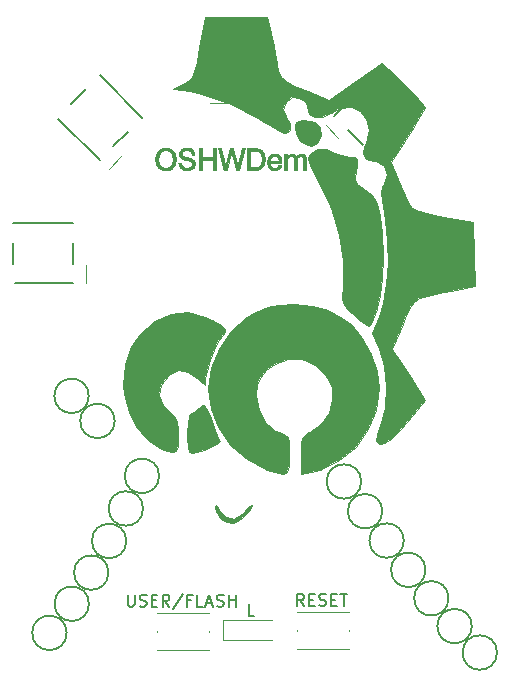
<source format=gto>
G04 #@! TF.GenerationSoftware,KiCad,Pcbnew,no-vcs-found-077fb3c~59~ubuntu16.04.1*
G04 #@! TF.CreationDate,2017-08-19T10:31:39-06:00*
G04 #@! TF.ProjectId,001,3030312E6B696361645F706362000000,rev?*
G04 #@! TF.SameCoordinates,Original*
G04 #@! TF.FileFunction,Legend,Top*
G04 #@! TF.FilePolarity,Positive*
%FSLAX46Y46*%
G04 Gerber Fmt 4.6, Leading zero omitted, Abs format (unit mm)*
G04 Created by KiCad (PCBNEW no-vcs-found-077fb3c~59~ubuntu16.04.1) date Sat Aug 19 10:31:39 2017*
%MOMM*%
%LPD*%
G01*
G04 APERTURE LIST*
%ADD10C,0.152400*%
%ADD11C,0.010000*%
%ADD12C,0.050000*%
%ADD13C,0.120000*%
G04 APERTURE END LIST*
D10*
X135460180Y-99618899D02*
X135121514Y-99135089D01*
X134879609Y-99618899D02*
X134879609Y-98602899D01*
X135266657Y-98602899D01*
X135363419Y-98651280D01*
X135411800Y-98699660D01*
X135460180Y-98796422D01*
X135460180Y-98941565D01*
X135411800Y-99038327D01*
X135363419Y-99086708D01*
X135266657Y-99135089D01*
X134879609Y-99135089D01*
X135895609Y-99086708D02*
X136234276Y-99086708D01*
X136379419Y-99618899D02*
X135895609Y-99618899D01*
X135895609Y-98602899D01*
X136379419Y-98602899D01*
X136766466Y-99570518D02*
X136911609Y-99618899D01*
X137153514Y-99618899D01*
X137250276Y-99570518D01*
X137298657Y-99522137D01*
X137347038Y-99425375D01*
X137347038Y-99328613D01*
X137298657Y-99231851D01*
X137250276Y-99183470D01*
X137153514Y-99135089D01*
X136959990Y-99086708D01*
X136863228Y-99038327D01*
X136814847Y-98989946D01*
X136766466Y-98893184D01*
X136766466Y-98796422D01*
X136814847Y-98699660D01*
X136863228Y-98651280D01*
X136959990Y-98602899D01*
X137201895Y-98602899D01*
X137347038Y-98651280D01*
X137782466Y-99086708D02*
X138121133Y-99086708D01*
X138266276Y-99618899D02*
X137782466Y-99618899D01*
X137782466Y-98602899D01*
X138266276Y-98602899D01*
X138556561Y-98602899D02*
X139137133Y-98602899D01*
X138846847Y-99618899D02*
X138846847Y-98602899D01*
X120547720Y-98653699D02*
X120547720Y-99476175D01*
X120596100Y-99572937D01*
X120644481Y-99621318D01*
X120741243Y-99669699D01*
X120934767Y-99669699D01*
X121031529Y-99621318D01*
X121079910Y-99572937D01*
X121128291Y-99476175D01*
X121128291Y-98653699D01*
X121563720Y-99621318D02*
X121708862Y-99669699D01*
X121950767Y-99669699D01*
X122047529Y-99621318D01*
X122095910Y-99572937D01*
X122144291Y-99476175D01*
X122144291Y-99379413D01*
X122095910Y-99282651D01*
X122047529Y-99234270D01*
X121950767Y-99185889D01*
X121757243Y-99137508D01*
X121660481Y-99089127D01*
X121612100Y-99040746D01*
X121563720Y-98943984D01*
X121563720Y-98847222D01*
X121612100Y-98750460D01*
X121660481Y-98702080D01*
X121757243Y-98653699D01*
X121999148Y-98653699D01*
X122144291Y-98702080D01*
X122579720Y-99137508D02*
X122918386Y-99137508D01*
X123063529Y-99669699D02*
X122579720Y-99669699D01*
X122579720Y-98653699D01*
X123063529Y-98653699D01*
X124079529Y-99669699D02*
X123740862Y-99185889D01*
X123498958Y-99669699D02*
X123498958Y-98653699D01*
X123886005Y-98653699D01*
X123982767Y-98702080D01*
X124031148Y-98750460D01*
X124079529Y-98847222D01*
X124079529Y-98992365D01*
X124031148Y-99089127D01*
X123982767Y-99137508D01*
X123886005Y-99185889D01*
X123498958Y-99185889D01*
X125240672Y-98605318D02*
X124369815Y-99911603D01*
X125918005Y-99137508D02*
X125579339Y-99137508D01*
X125579339Y-99669699D02*
X125579339Y-98653699D01*
X126063148Y-98653699D01*
X126934005Y-99669699D02*
X126450196Y-99669699D01*
X126450196Y-98653699D01*
X127224291Y-99379413D02*
X127708100Y-99379413D01*
X127127529Y-99669699D02*
X127466196Y-98653699D01*
X127804862Y-99669699D01*
X128095148Y-99621318D02*
X128240291Y-99669699D01*
X128482196Y-99669699D01*
X128578958Y-99621318D01*
X128627339Y-99572937D01*
X128675720Y-99476175D01*
X128675720Y-99379413D01*
X128627339Y-99282651D01*
X128578958Y-99234270D01*
X128482196Y-99185889D01*
X128288672Y-99137508D01*
X128191910Y-99089127D01*
X128143529Y-99040746D01*
X128095148Y-98943984D01*
X128095148Y-98847222D01*
X128143529Y-98750460D01*
X128191910Y-98702080D01*
X128288672Y-98653699D01*
X128530577Y-98653699D01*
X128675720Y-98702080D01*
X129111148Y-99669699D02*
X129111148Y-98653699D01*
X129111148Y-99137508D02*
X129691720Y-99137508D01*
X129691720Y-99669699D02*
X129691720Y-98653699D01*
X131264476Y-100459619D02*
X130780666Y-100459619D01*
X130780666Y-99443619D01*
X149685738Y-101326000D02*
G75*
G03X149685738Y-101326000I-1457738J0D01*
G01*
D11*
G36*
X131282926Y-60881554D02*
X131345200Y-60882386D01*
X131399013Y-60883695D01*
X131445423Y-60885518D01*
X131485487Y-60887895D01*
X131520265Y-60890866D01*
X131550815Y-60894469D01*
X131578196Y-60898744D01*
X131597017Y-60902359D01*
X131686516Y-60925766D01*
X131766454Y-60957139D01*
X131837582Y-60997037D01*
X131900654Y-61046015D01*
X131956421Y-61104632D01*
X132005636Y-61173445D01*
X132036491Y-61227786D01*
X132069453Y-61296260D01*
X132095708Y-61362399D01*
X132115880Y-61428867D01*
X132130596Y-61498328D01*
X132140480Y-61573446D01*
X132146159Y-61656884D01*
X132147579Y-61700901D01*
X132147487Y-61811632D01*
X132141729Y-61912555D01*
X132129980Y-62005387D01*
X132111909Y-62091843D01*
X132087188Y-62173642D01*
X132055490Y-62252500D01*
X132033228Y-62298642D01*
X131983629Y-62383381D01*
X131926988Y-62457552D01*
X131863263Y-62521186D01*
X131792414Y-62574310D01*
X131714399Y-62616954D01*
X131629177Y-62649147D01*
X131536706Y-62670918D01*
X131495286Y-62677012D01*
X131477672Y-62678360D01*
X131448393Y-62679589D01*
X131408484Y-62680684D01*
X131358977Y-62681629D01*
X131300909Y-62682409D01*
X131235313Y-62683007D01*
X131163224Y-62683408D01*
X131085676Y-62683597D01*
X131058702Y-62683610D01*
X130675926Y-62683610D01*
X130676311Y-62467710D01*
X130923620Y-62467710D01*
X131182382Y-62467626D01*
X131248146Y-62467553D01*
X131302655Y-62467342D01*
X131347351Y-62466938D01*
X131383679Y-62466284D01*
X131413083Y-62465325D01*
X131437006Y-62464004D01*
X131456892Y-62462264D01*
X131474185Y-62460051D01*
X131490330Y-62457308D01*
X131500658Y-62455263D01*
X131572525Y-62435070D01*
X131636724Y-62405544D01*
X131693618Y-62366329D01*
X131743575Y-62317068D01*
X131786959Y-62257405D01*
X131824138Y-62186983D01*
X131853501Y-62111413D01*
X131866961Y-62069147D01*
X131877504Y-62030510D01*
X131885460Y-61992981D01*
X131891162Y-61954040D01*
X131894942Y-61911166D01*
X131897132Y-61861839D01*
X131898065Y-61803539D01*
X131898163Y-61772385D01*
X131897817Y-61712293D01*
X131896537Y-61662328D01*
X131894008Y-61619928D01*
X131889916Y-61582535D01*
X131883946Y-61547589D01*
X131875783Y-61512531D01*
X131865113Y-61474802D01*
X131859227Y-61455685D01*
X131843391Y-61412378D01*
X131822472Y-61365489D01*
X131798561Y-61319103D01*
X131773746Y-61277304D01*
X131752478Y-61247118D01*
X131705900Y-61197959D01*
X131650110Y-61157064D01*
X131584807Y-61124249D01*
X131517345Y-61101385D01*
X131504340Y-61097968D01*
X131491556Y-61095137D01*
X131477647Y-61092823D01*
X131461265Y-61090956D01*
X131441061Y-61089469D01*
X131415688Y-61088292D01*
X131383799Y-61087356D01*
X131344045Y-61086592D01*
X131295079Y-61085933D01*
X131235554Y-61085308D01*
X131195082Y-61084930D01*
X130923620Y-61082451D01*
X130923620Y-62467710D01*
X130676311Y-62467710D01*
X130677535Y-61783497D01*
X130679145Y-60883385D01*
X131034745Y-60881519D01*
X131128756Y-60881160D01*
X131211130Y-60881158D01*
X131282926Y-60881554D01*
X131282926Y-60881554D01*
G37*
X131282926Y-60881554D02*
X131345200Y-60882386D01*
X131399013Y-60883695D01*
X131445423Y-60885518D01*
X131485487Y-60887895D01*
X131520265Y-60890866D01*
X131550815Y-60894469D01*
X131578196Y-60898744D01*
X131597017Y-60902359D01*
X131686516Y-60925766D01*
X131766454Y-60957139D01*
X131837582Y-60997037D01*
X131900654Y-61046015D01*
X131956421Y-61104632D01*
X132005636Y-61173445D01*
X132036491Y-61227786D01*
X132069453Y-61296260D01*
X132095708Y-61362399D01*
X132115880Y-61428867D01*
X132130596Y-61498328D01*
X132140480Y-61573446D01*
X132146159Y-61656884D01*
X132147579Y-61700901D01*
X132147487Y-61811632D01*
X132141729Y-61912555D01*
X132129980Y-62005387D01*
X132111909Y-62091843D01*
X132087188Y-62173642D01*
X132055490Y-62252500D01*
X132033228Y-62298642D01*
X131983629Y-62383381D01*
X131926988Y-62457552D01*
X131863263Y-62521186D01*
X131792414Y-62574310D01*
X131714399Y-62616954D01*
X131629177Y-62649147D01*
X131536706Y-62670918D01*
X131495286Y-62677012D01*
X131477672Y-62678360D01*
X131448393Y-62679589D01*
X131408484Y-62680684D01*
X131358977Y-62681629D01*
X131300909Y-62682409D01*
X131235313Y-62683007D01*
X131163224Y-62683408D01*
X131085676Y-62683597D01*
X131058702Y-62683610D01*
X130675926Y-62683610D01*
X130676311Y-62467710D01*
X130923620Y-62467710D01*
X131182382Y-62467626D01*
X131248146Y-62467553D01*
X131302655Y-62467342D01*
X131347351Y-62466938D01*
X131383679Y-62466284D01*
X131413083Y-62465325D01*
X131437006Y-62464004D01*
X131456892Y-62462264D01*
X131474185Y-62460051D01*
X131490330Y-62457308D01*
X131500658Y-62455263D01*
X131572525Y-62435070D01*
X131636724Y-62405544D01*
X131693618Y-62366329D01*
X131743575Y-62317068D01*
X131786959Y-62257405D01*
X131824138Y-62186983D01*
X131853501Y-62111413D01*
X131866961Y-62069147D01*
X131877504Y-62030510D01*
X131885460Y-61992981D01*
X131891162Y-61954040D01*
X131894942Y-61911166D01*
X131897132Y-61861839D01*
X131898065Y-61803539D01*
X131898163Y-61772385D01*
X131897817Y-61712293D01*
X131896537Y-61662328D01*
X131894008Y-61619928D01*
X131889916Y-61582535D01*
X131883946Y-61547589D01*
X131875783Y-61512531D01*
X131865113Y-61474802D01*
X131859227Y-61455685D01*
X131843391Y-61412378D01*
X131822472Y-61365489D01*
X131798561Y-61319103D01*
X131773746Y-61277304D01*
X131752478Y-61247118D01*
X131705900Y-61197959D01*
X131650110Y-61157064D01*
X131584807Y-61124249D01*
X131517345Y-61101385D01*
X131504340Y-61097968D01*
X131491556Y-61095137D01*
X131477647Y-61092823D01*
X131461265Y-61090956D01*
X131441061Y-61089469D01*
X131415688Y-61088292D01*
X131383799Y-61087356D01*
X131344045Y-61086592D01*
X131295079Y-61085933D01*
X131235554Y-61085308D01*
X131195082Y-61084930D01*
X130923620Y-61082451D01*
X130923620Y-62467710D01*
X130676311Y-62467710D01*
X130677535Y-61783497D01*
X130679145Y-60883385D01*
X131034745Y-60881519D01*
X131128756Y-60881160D01*
X131211130Y-60881158D01*
X131282926Y-60881554D01*
G36*
X135260670Y-61345879D02*
X135295467Y-61348171D01*
X135329655Y-61351673D01*
X135359045Y-61355885D01*
X135377703Y-61359808D01*
X135442937Y-61384007D01*
X135501036Y-61418456D01*
X135551267Y-61462435D01*
X135592894Y-61515224D01*
X135625184Y-61576104D01*
X135639967Y-61616858D01*
X135641908Y-61624192D01*
X135643613Y-61633246D01*
X135645101Y-61644876D01*
X135646392Y-61659937D01*
X135647506Y-61679284D01*
X135648463Y-61703773D01*
X135649281Y-61734258D01*
X135649982Y-61771595D01*
X135650584Y-61816640D01*
X135651108Y-61870247D01*
X135651572Y-61933273D01*
X135651998Y-62006572D01*
X135652404Y-62090999D01*
X135652743Y-62170847D01*
X135654859Y-62689960D01*
X135432120Y-62689960D01*
X135432120Y-62218219D01*
X135432113Y-62125815D01*
X135432053Y-62045189D01*
X135431882Y-61975416D01*
X135431543Y-61915572D01*
X135430977Y-61864736D01*
X135430126Y-61821983D01*
X135428932Y-61786390D01*
X135427336Y-61757034D01*
X135425282Y-61732991D01*
X135422709Y-61713339D01*
X135419562Y-61697153D01*
X135415781Y-61683511D01*
X135411308Y-61671489D01*
X135406086Y-61660163D01*
X135400056Y-61648612D01*
X135395791Y-61640757D01*
X135369888Y-61602970D01*
X135337810Y-61574422D01*
X135298475Y-61554572D01*
X135250799Y-61542882D01*
X135193698Y-61538813D01*
X135190820Y-61538800D01*
X135125120Y-61542354D01*
X135068259Y-61553668D01*
X135018589Y-61573338D01*
X134974460Y-61601964D01*
X134946147Y-61627485D01*
X134909248Y-61673190D01*
X134879663Y-61727359D01*
X134863100Y-61772385D01*
X134860877Y-61780719D01*
X134858951Y-61790339D01*
X134857292Y-61802199D01*
X134855876Y-61817254D01*
X134854675Y-61836457D01*
X134853661Y-61860763D01*
X134852807Y-61891127D01*
X134852088Y-61928503D01*
X134851475Y-61973845D01*
X134850941Y-62028108D01*
X134850460Y-62092247D01*
X134850005Y-62167215D01*
X134849567Y-62250222D01*
X134847352Y-62689960D01*
X134632020Y-62689960D01*
X134631967Y-62256572D01*
X134631866Y-62180103D01*
X134631592Y-62106602D01*
X134631159Y-62037233D01*
X134630583Y-61973163D01*
X134629878Y-61915555D01*
X134629060Y-61865574D01*
X134628144Y-61824386D01*
X134627144Y-61793156D01*
X134626076Y-61773047D01*
X134625684Y-61768810D01*
X134614913Y-61706513D01*
X134597760Y-61654911D01*
X134573636Y-61613398D01*
X134541954Y-61581367D01*
X134502127Y-61558212D01*
X134453567Y-61543327D01*
X134400402Y-61536397D01*
X134341708Y-61537419D01*
X134283099Y-61547500D01*
X134229342Y-61565750D01*
X134220093Y-61570057D01*
X134182188Y-61594163D01*
X134145516Y-61627658D01*
X134113114Y-61667361D01*
X134089698Y-61706611D01*
X134081897Y-61722650D01*
X134075136Y-61737514D01*
X134069340Y-61752203D01*
X134064436Y-61767719D01*
X134060348Y-61785061D01*
X134057002Y-61805231D01*
X134054322Y-61829230D01*
X134052235Y-61858058D01*
X134050665Y-61892716D01*
X134049537Y-61934206D01*
X134048778Y-61983527D01*
X134048312Y-62041681D01*
X134048065Y-62109669D01*
X134047961Y-62188491D01*
X134047930Y-62266097D01*
X134047820Y-62689960D01*
X133825570Y-62689960D01*
X133825570Y-61381860D01*
X134034780Y-61381860D01*
X134036537Y-61474166D01*
X134038295Y-61566472D01*
X134066870Y-61527048D01*
X134105115Y-61483120D01*
X134152935Y-61442193D01*
X134207238Y-61406332D01*
X134264933Y-61377603D01*
X134317695Y-61359422D01*
X134339877Y-61354992D01*
X134370366Y-61350868D01*
X134404769Y-61347569D01*
X134431995Y-61345881D01*
X134497466Y-61345776D01*
X134554170Y-61352270D01*
X134604610Y-61366111D01*
X134651289Y-61388043D01*
X134696709Y-61418815D01*
X134708697Y-61428419D01*
X134732280Y-61449668D01*
X134755454Y-61473521D01*
X134773550Y-61495138D01*
X134774886Y-61496970D01*
X134788189Y-61515369D01*
X134798891Y-61529858D01*
X134804334Y-61536880D01*
X134810715Y-61535217D01*
X134824032Y-61526045D01*
X134842280Y-61510872D01*
X134857700Y-61496742D01*
X134917992Y-61444770D01*
X134977919Y-61404517D01*
X135039494Y-61375229D01*
X135104734Y-61356152D01*
X135175654Y-61346532D01*
X135254271Y-61345612D01*
X135260670Y-61345879D01*
X135260670Y-61345879D01*
G37*
X135260670Y-61345879D02*
X135295467Y-61348171D01*
X135329655Y-61351673D01*
X135359045Y-61355885D01*
X135377703Y-61359808D01*
X135442937Y-61384007D01*
X135501036Y-61418456D01*
X135551267Y-61462435D01*
X135592894Y-61515224D01*
X135625184Y-61576104D01*
X135639967Y-61616858D01*
X135641908Y-61624192D01*
X135643613Y-61633246D01*
X135645101Y-61644876D01*
X135646392Y-61659937D01*
X135647506Y-61679284D01*
X135648463Y-61703773D01*
X135649281Y-61734258D01*
X135649982Y-61771595D01*
X135650584Y-61816640D01*
X135651108Y-61870247D01*
X135651572Y-61933273D01*
X135651998Y-62006572D01*
X135652404Y-62090999D01*
X135652743Y-62170847D01*
X135654859Y-62689960D01*
X135432120Y-62689960D01*
X135432120Y-62218219D01*
X135432113Y-62125815D01*
X135432053Y-62045189D01*
X135431882Y-61975416D01*
X135431543Y-61915572D01*
X135430977Y-61864736D01*
X135430126Y-61821983D01*
X135428932Y-61786390D01*
X135427336Y-61757034D01*
X135425282Y-61732991D01*
X135422709Y-61713339D01*
X135419562Y-61697153D01*
X135415781Y-61683511D01*
X135411308Y-61671489D01*
X135406086Y-61660163D01*
X135400056Y-61648612D01*
X135395791Y-61640757D01*
X135369888Y-61602970D01*
X135337810Y-61574422D01*
X135298475Y-61554572D01*
X135250799Y-61542882D01*
X135193698Y-61538813D01*
X135190820Y-61538800D01*
X135125120Y-61542354D01*
X135068259Y-61553668D01*
X135018589Y-61573338D01*
X134974460Y-61601964D01*
X134946147Y-61627485D01*
X134909248Y-61673190D01*
X134879663Y-61727359D01*
X134863100Y-61772385D01*
X134860877Y-61780719D01*
X134858951Y-61790339D01*
X134857292Y-61802199D01*
X134855876Y-61817254D01*
X134854675Y-61836457D01*
X134853661Y-61860763D01*
X134852807Y-61891127D01*
X134852088Y-61928503D01*
X134851475Y-61973845D01*
X134850941Y-62028108D01*
X134850460Y-62092247D01*
X134850005Y-62167215D01*
X134849567Y-62250222D01*
X134847352Y-62689960D01*
X134632020Y-62689960D01*
X134631967Y-62256572D01*
X134631866Y-62180103D01*
X134631592Y-62106602D01*
X134631159Y-62037233D01*
X134630583Y-61973163D01*
X134629878Y-61915555D01*
X134629060Y-61865574D01*
X134628144Y-61824386D01*
X134627144Y-61793156D01*
X134626076Y-61773047D01*
X134625684Y-61768810D01*
X134614913Y-61706513D01*
X134597760Y-61654911D01*
X134573636Y-61613398D01*
X134541954Y-61581367D01*
X134502127Y-61558212D01*
X134453567Y-61543327D01*
X134400402Y-61536397D01*
X134341708Y-61537419D01*
X134283099Y-61547500D01*
X134229342Y-61565750D01*
X134220093Y-61570057D01*
X134182188Y-61594163D01*
X134145516Y-61627658D01*
X134113114Y-61667361D01*
X134089698Y-61706611D01*
X134081897Y-61722650D01*
X134075136Y-61737514D01*
X134069340Y-61752203D01*
X134064436Y-61767719D01*
X134060348Y-61785061D01*
X134057002Y-61805231D01*
X134054322Y-61829230D01*
X134052235Y-61858058D01*
X134050665Y-61892716D01*
X134049537Y-61934206D01*
X134048778Y-61983527D01*
X134048312Y-62041681D01*
X134048065Y-62109669D01*
X134047961Y-62188491D01*
X134047930Y-62266097D01*
X134047820Y-62689960D01*
X133825570Y-62689960D01*
X133825570Y-61381860D01*
X134034780Y-61381860D01*
X134036537Y-61474166D01*
X134038295Y-61566472D01*
X134066870Y-61527048D01*
X134105115Y-61483120D01*
X134152935Y-61442193D01*
X134207238Y-61406332D01*
X134264933Y-61377603D01*
X134317695Y-61359422D01*
X134339877Y-61354992D01*
X134370366Y-61350868D01*
X134404769Y-61347569D01*
X134431995Y-61345881D01*
X134497466Y-61345776D01*
X134554170Y-61352270D01*
X134604610Y-61366111D01*
X134651289Y-61388043D01*
X134696709Y-61418815D01*
X134708697Y-61428419D01*
X134732280Y-61449668D01*
X134755454Y-61473521D01*
X134773550Y-61495138D01*
X134774886Y-61496970D01*
X134788189Y-61515369D01*
X134798891Y-61529858D01*
X134804334Y-61536880D01*
X134810715Y-61535217D01*
X134824032Y-61526045D01*
X134842280Y-61510872D01*
X134857700Y-61496742D01*
X134917992Y-61444770D01*
X134977919Y-61404517D01*
X135039494Y-61375229D01*
X135104734Y-61356152D01*
X135175654Y-61346532D01*
X135254271Y-61345612D01*
X135260670Y-61345879D01*
G36*
X130462793Y-60910372D02*
X130459799Y-60921283D01*
X130453856Y-60943305D01*
X130445186Y-60975603D01*
X130434011Y-61017342D01*
X130420553Y-61067688D01*
X130405035Y-61125805D01*
X130387677Y-61190859D01*
X130368704Y-61262014D01*
X130348335Y-61338436D01*
X130326795Y-61419290D01*
X130304304Y-61503740D01*
X130281085Y-61590952D01*
X130257360Y-61680091D01*
X130233351Y-61770322D01*
X130209280Y-61860810D01*
X130185370Y-61950721D01*
X130161842Y-62039218D01*
X130138918Y-62125468D01*
X130116821Y-62208636D01*
X130095772Y-62287885D01*
X130075994Y-62362382D01*
X130057709Y-62431292D01*
X130041139Y-62493780D01*
X130026506Y-62549010D01*
X130014032Y-62596148D01*
X130003939Y-62634359D01*
X129996450Y-62662808D01*
X129991786Y-62680660D01*
X129990170Y-62687080D01*
X129990170Y-62687082D01*
X129984145Y-62687975D01*
X129967365Y-62688591D01*
X129941774Y-62688908D01*
X129909315Y-62688904D01*
X129871929Y-62688554D01*
X129868670Y-62688509D01*
X129747170Y-62686785D01*
X129540197Y-61939274D01*
X129514006Y-61844856D01*
X129488713Y-61754011D01*
X129464527Y-61667470D01*
X129441654Y-61585966D01*
X129420305Y-61510230D01*
X129400687Y-61440993D01*
X129383009Y-61378987D01*
X129367480Y-61324944D01*
X129354308Y-61279595D01*
X129343701Y-61243673D01*
X129335868Y-61217908D01*
X129331018Y-61203032D01*
X129329394Y-61199499D01*
X129327286Y-61206506D01*
X129322092Y-61225021D01*
X129314015Y-61254288D01*
X129303262Y-61293549D01*
X129290038Y-61342046D01*
X129274548Y-61399024D01*
X129256999Y-61463724D01*
X129237594Y-61535389D01*
X129216541Y-61613262D01*
X129194044Y-61696586D01*
X129170308Y-61784603D01*
X129145539Y-61876557D01*
X129126154Y-61948597D01*
X128926744Y-62689960D01*
X128682424Y-62689960D01*
X128673023Y-62656622D01*
X128669373Y-62643219D01*
X128662882Y-62618857D01*
X128653768Y-62584375D01*
X128642250Y-62540614D01*
X128628546Y-62488412D01*
X128612875Y-62428611D01*
X128595456Y-62362049D01*
X128576506Y-62289566D01*
X128556245Y-62212001D01*
X128534892Y-62130196D01*
X128512664Y-62044989D01*
X128489781Y-61957220D01*
X128466461Y-61867729D01*
X128442924Y-61777355D01*
X128419386Y-61686939D01*
X128396068Y-61597319D01*
X128373187Y-61509336D01*
X128350962Y-61423830D01*
X128329613Y-61341640D01*
X128309356Y-61263606D01*
X128290412Y-61190568D01*
X128272999Y-61123364D01*
X128257335Y-61062836D01*
X128243639Y-61009823D01*
X128232130Y-60965164D01*
X128223026Y-60929700D01*
X128216546Y-60904269D01*
X128212908Y-60889713D01*
X128212170Y-60886451D01*
X128218470Y-60883932D01*
X128237226Y-60882248D01*
X128268221Y-60881408D01*
X128311238Y-60881420D01*
X128331182Y-60881657D01*
X128450194Y-60883385D01*
X128634100Y-61609680D01*
X128665937Y-61735166D01*
X128694791Y-61848369D01*
X128720678Y-61949350D01*
X128743612Y-62038166D01*
X128763610Y-62114878D01*
X128780687Y-62179543D01*
X128794859Y-62232221D01*
X128806142Y-62272971D01*
X128814550Y-62301852D01*
X128820100Y-62318923D01*
X128822807Y-62324243D01*
X128822959Y-62324055D01*
X128824987Y-62316981D01*
X128829999Y-62298563D01*
X128837748Y-62269742D01*
X128847984Y-62231455D01*
X128860461Y-62184642D01*
X128874929Y-62130242D01*
X128891141Y-62069194D01*
X128908849Y-62002436D01*
X128927805Y-61930908D01*
X128947760Y-61855548D01*
X128968466Y-61777296D01*
X128989676Y-61697090D01*
X129011141Y-61615869D01*
X129032613Y-61534572D01*
X129053844Y-61454138D01*
X129074586Y-61375505D01*
X129094591Y-61299614D01*
X129113610Y-61227402D01*
X129131397Y-61159809D01*
X129147702Y-61097773D01*
X129162277Y-61042234D01*
X129174875Y-60994130D01*
X129185247Y-60954400D01*
X129193145Y-60923984D01*
X129198322Y-60903819D01*
X129199862Y-60897672D01*
X129204146Y-60880210D01*
X129332059Y-60880210D01*
X129459972Y-60880209D01*
X129656808Y-61600447D01*
X129682189Y-61693137D01*
X129706681Y-61782238D01*
X129730075Y-61867001D01*
X129752161Y-61946682D01*
X129772729Y-62020534D01*
X129791568Y-62087809D01*
X129808468Y-62147762D01*
X129823220Y-62199647D01*
X129835613Y-62242717D01*
X129845438Y-62276225D01*
X129852483Y-62299426D01*
X129856539Y-62311572D01*
X129857456Y-62313234D01*
X129859555Y-62306243D01*
X129864710Y-62287752D01*
X129872711Y-62258533D01*
X129883351Y-62219359D01*
X129896423Y-62171004D01*
X129911717Y-62114240D01*
X129929027Y-62049841D01*
X129948144Y-61978580D01*
X129968860Y-61901229D01*
X129990969Y-61818563D01*
X130014260Y-61731353D01*
X130038528Y-61640373D01*
X130051131Y-61593080D01*
X130240995Y-60880375D01*
X130471379Y-60880209D01*
X130462793Y-60910372D01*
X130462793Y-60910372D01*
G37*
X130462793Y-60910372D02*
X130459799Y-60921283D01*
X130453856Y-60943305D01*
X130445186Y-60975603D01*
X130434011Y-61017342D01*
X130420553Y-61067688D01*
X130405035Y-61125805D01*
X130387677Y-61190859D01*
X130368704Y-61262014D01*
X130348335Y-61338436D01*
X130326795Y-61419290D01*
X130304304Y-61503740D01*
X130281085Y-61590952D01*
X130257360Y-61680091D01*
X130233351Y-61770322D01*
X130209280Y-61860810D01*
X130185370Y-61950721D01*
X130161842Y-62039218D01*
X130138918Y-62125468D01*
X130116821Y-62208636D01*
X130095772Y-62287885D01*
X130075994Y-62362382D01*
X130057709Y-62431292D01*
X130041139Y-62493780D01*
X130026506Y-62549010D01*
X130014032Y-62596148D01*
X130003939Y-62634359D01*
X129996450Y-62662808D01*
X129991786Y-62680660D01*
X129990170Y-62687080D01*
X129990170Y-62687082D01*
X129984145Y-62687975D01*
X129967365Y-62688591D01*
X129941774Y-62688908D01*
X129909315Y-62688904D01*
X129871929Y-62688554D01*
X129868670Y-62688509D01*
X129747170Y-62686785D01*
X129540197Y-61939274D01*
X129514006Y-61844856D01*
X129488713Y-61754011D01*
X129464527Y-61667470D01*
X129441654Y-61585966D01*
X129420305Y-61510230D01*
X129400687Y-61440993D01*
X129383009Y-61378987D01*
X129367480Y-61324944D01*
X129354308Y-61279595D01*
X129343701Y-61243673D01*
X129335868Y-61217908D01*
X129331018Y-61203032D01*
X129329394Y-61199499D01*
X129327286Y-61206506D01*
X129322092Y-61225021D01*
X129314015Y-61254288D01*
X129303262Y-61293549D01*
X129290038Y-61342046D01*
X129274548Y-61399024D01*
X129256999Y-61463724D01*
X129237594Y-61535389D01*
X129216541Y-61613262D01*
X129194044Y-61696586D01*
X129170308Y-61784603D01*
X129145539Y-61876557D01*
X129126154Y-61948597D01*
X128926744Y-62689960D01*
X128682424Y-62689960D01*
X128673023Y-62656622D01*
X128669373Y-62643219D01*
X128662882Y-62618857D01*
X128653768Y-62584375D01*
X128642250Y-62540614D01*
X128628546Y-62488412D01*
X128612875Y-62428611D01*
X128595456Y-62362049D01*
X128576506Y-62289566D01*
X128556245Y-62212001D01*
X128534892Y-62130196D01*
X128512664Y-62044989D01*
X128489781Y-61957220D01*
X128466461Y-61867729D01*
X128442924Y-61777355D01*
X128419386Y-61686939D01*
X128396068Y-61597319D01*
X128373187Y-61509336D01*
X128350962Y-61423830D01*
X128329613Y-61341640D01*
X128309356Y-61263606D01*
X128290412Y-61190568D01*
X128272999Y-61123364D01*
X128257335Y-61062836D01*
X128243639Y-61009823D01*
X128232130Y-60965164D01*
X128223026Y-60929700D01*
X128216546Y-60904269D01*
X128212908Y-60889713D01*
X128212170Y-60886451D01*
X128218470Y-60883932D01*
X128237226Y-60882248D01*
X128268221Y-60881408D01*
X128311238Y-60881420D01*
X128331182Y-60881657D01*
X128450194Y-60883385D01*
X128634100Y-61609680D01*
X128665937Y-61735166D01*
X128694791Y-61848369D01*
X128720678Y-61949350D01*
X128743612Y-62038166D01*
X128763610Y-62114878D01*
X128780687Y-62179543D01*
X128794859Y-62232221D01*
X128806142Y-62272971D01*
X128814550Y-62301852D01*
X128820100Y-62318923D01*
X128822807Y-62324243D01*
X128822959Y-62324055D01*
X128824987Y-62316981D01*
X128829999Y-62298563D01*
X128837748Y-62269742D01*
X128847984Y-62231455D01*
X128860461Y-62184642D01*
X128874929Y-62130242D01*
X128891141Y-62069194D01*
X128908849Y-62002436D01*
X128927805Y-61930908D01*
X128947760Y-61855548D01*
X128968466Y-61777296D01*
X128989676Y-61697090D01*
X129011141Y-61615869D01*
X129032613Y-61534572D01*
X129053844Y-61454138D01*
X129074586Y-61375505D01*
X129094591Y-61299614D01*
X129113610Y-61227402D01*
X129131397Y-61159809D01*
X129147702Y-61097773D01*
X129162277Y-61042234D01*
X129174875Y-60994130D01*
X129185247Y-60954400D01*
X129193145Y-60923984D01*
X129198322Y-60903819D01*
X129199862Y-60897672D01*
X129204146Y-60880210D01*
X129332059Y-60880210D01*
X129459972Y-60880209D01*
X129656808Y-61600447D01*
X129682189Y-61693137D01*
X129706681Y-61782238D01*
X129730075Y-61867001D01*
X129752161Y-61946682D01*
X129772729Y-62020534D01*
X129791568Y-62087809D01*
X129808468Y-62147762D01*
X129823220Y-62199647D01*
X129835613Y-62242717D01*
X129845438Y-62276225D01*
X129852483Y-62299426D01*
X129856539Y-62311572D01*
X129857456Y-62313234D01*
X129859555Y-62306243D01*
X129864710Y-62287752D01*
X129872711Y-62258533D01*
X129883351Y-62219359D01*
X129896423Y-62171004D01*
X129911717Y-62114240D01*
X129929027Y-62049841D01*
X129948144Y-61978580D01*
X129968860Y-61901229D01*
X129990969Y-61818563D01*
X130014260Y-61731353D01*
X130038528Y-61640373D01*
X130051131Y-61593080D01*
X130240995Y-60880375D01*
X130471379Y-60880209D01*
X130462793Y-60910372D01*
G36*
X126808820Y-61623160D02*
X127754970Y-61623160D01*
X127754970Y-60880210D01*
X128002620Y-60880210D01*
X128002620Y-62689960D01*
X127754970Y-62689960D01*
X127754970Y-61839060D01*
X126808820Y-61839060D01*
X126808820Y-62689960D01*
X126561170Y-62689960D01*
X126561170Y-60880210D01*
X126808820Y-60880210D01*
X126808820Y-61623160D01*
X126808820Y-61623160D01*
G37*
X126808820Y-61623160D02*
X127754970Y-61623160D01*
X127754970Y-60880210D01*
X128002620Y-60880210D01*
X128002620Y-62689960D01*
X127754970Y-62689960D01*
X127754970Y-61839060D01*
X126808820Y-61839060D01*
X126808820Y-62689960D01*
X126561170Y-62689960D01*
X126561170Y-60880210D01*
X126808820Y-60880210D01*
X126808820Y-61623160D01*
G36*
X133017944Y-61339317D02*
X133103218Y-61347034D01*
X133179588Y-61362554D01*
X133248513Y-61386343D01*
X133311450Y-61418861D01*
X133349320Y-61444511D01*
X133388479Y-61479305D01*
X133427234Y-61524243D01*
X133463982Y-61576830D01*
X133497120Y-61634566D01*
X133525044Y-61694953D01*
X133543772Y-61747451D01*
X133549413Y-61766715D01*
X133553729Y-61784075D01*
X133556942Y-61801754D01*
X133559272Y-61821973D01*
X133560939Y-61846955D01*
X133562163Y-61878923D01*
X133563165Y-61920099D01*
X133563722Y-61948597D01*
X133566426Y-62093060D01*
X132604468Y-62093060D01*
X132608429Y-62148622D01*
X132617125Y-62215400D01*
X132633003Y-62279196D01*
X132655231Y-62338381D01*
X132682978Y-62391324D01*
X132715412Y-62436395D01*
X132751702Y-62471964D01*
X132784105Y-62493076D01*
X132817758Y-62509036D01*
X132848478Y-62520384D01*
X132880020Y-62527990D01*
X132916141Y-62532725D01*
X132960596Y-62535459D01*
X132968320Y-62535754D01*
X133034068Y-62535589D01*
X133090174Y-62529606D01*
X133138556Y-62517252D01*
X133181126Y-62497977D01*
X133219802Y-62471228D01*
X133233456Y-62459375D01*
X133269783Y-62420475D01*
X133297031Y-62377641D01*
X133316790Y-62327964D01*
X133326857Y-62288322D01*
X133330511Y-62270860D01*
X133547918Y-62270860D01*
X133543906Y-62304995D01*
X133531909Y-62365631D01*
X133510116Y-62423232D01*
X133477728Y-62479351D01*
X133433943Y-62535543D01*
X133413956Y-62557444D01*
X133355826Y-62611468D01*
X133294093Y-62654025D01*
X133226746Y-62686249D01*
X133151776Y-62709271D01*
X133139770Y-62711996D01*
X133110283Y-62716738D01*
X133071612Y-62720560D01*
X133027216Y-62723352D01*
X132980556Y-62725007D01*
X132935092Y-62725413D01*
X132894286Y-62724461D01*
X132861597Y-62722043D01*
X132854020Y-62721035D01*
X132819258Y-62713911D01*
X132779389Y-62702911D01*
X132738750Y-62689476D01*
X132701676Y-62675048D01*
X132672506Y-62661069D01*
X132670873Y-62660145D01*
X132605899Y-62615621D01*
X132548550Y-62561025D01*
X132498928Y-62496515D01*
X132457132Y-62422249D01*
X132423264Y-62338386D01*
X132397424Y-62245082D01*
X132392653Y-62222434D01*
X132388209Y-62195998D01*
X132384987Y-62166358D01*
X132382840Y-62131129D01*
X132381622Y-62087925D01*
X132381188Y-62035910D01*
X132381269Y-61989194D01*
X132381840Y-61952490D01*
X132383102Y-61923114D01*
X132383785Y-61915260D01*
X132604729Y-61915260D01*
X133330270Y-61915260D01*
X133330270Y-61871825D01*
X133325868Y-61818841D01*
X133313501Y-61764158D01*
X133294423Y-61711129D01*
X133269888Y-61663104D01*
X133241151Y-61623436D01*
X133234698Y-61616480D01*
X133198597Y-61585462D01*
X133157372Y-61561989D01*
X133109488Y-61545552D01*
X133053410Y-61535647D01*
X132987602Y-61531764D01*
X132977845Y-61531674D01*
X132928559Y-61532652D01*
X132888106Y-61536531D01*
X132852804Y-61544062D01*
X132818969Y-61555992D01*
X132788630Y-61570142D01*
X132745958Y-61598373D01*
X132706879Y-61637065D01*
X132672604Y-61684201D01*
X132644340Y-61737769D01*
X132623295Y-61795753D01*
X132610679Y-61856140D01*
X132609186Y-61869222D01*
X132604729Y-61915260D01*
X132383785Y-61915260D01*
X132385254Y-61898380D01*
X132388493Y-61875605D01*
X132393021Y-61852103D01*
X132395755Y-61839575D01*
X132416032Y-61763941D01*
X132441972Y-61691275D01*
X132472616Y-61623425D01*
X132507007Y-61562240D01*
X132544187Y-61509568D01*
X132583197Y-61467259D01*
X132593378Y-61458304D01*
X132654142Y-61415027D01*
X132721598Y-61381518D01*
X132796206Y-61357645D01*
X132878429Y-61343281D01*
X132968728Y-61338294D01*
X133017944Y-61339317D01*
X133017944Y-61339317D01*
G37*
X133017944Y-61339317D02*
X133103218Y-61347034D01*
X133179588Y-61362554D01*
X133248513Y-61386343D01*
X133311450Y-61418861D01*
X133349320Y-61444511D01*
X133388479Y-61479305D01*
X133427234Y-61524243D01*
X133463982Y-61576830D01*
X133497120Y-61634566D01*
X133525044Y-61694953D01*
X133543772Y-61747451D01*
X133549413Y-61766715D01*
X133553729Y-61784075D01*
X133556942Y-61801754D01*
X133559272Y-61821973D01*
X133560939Y-61846955D01*
X133562163Y-61878923D01*
X133563165Y-61920099D01*
X133563722Y-61948597D01*
X133566426Y-62093060D01*
X132604468Y-62093060D01*
X132608429Y-62148622D01*
X132617125Y-62215400D01*
X132633003Y-62279196D01*
X132655231Y-62338381D01*
X132682978Y-62391324D01*
X132715412Y-62436395D01*
X132751702Y-62471964D01*
X132784105Y-62493076D01*
X132817758Y-62509036D01*
X132848478Y-62520384D01*
X132880020Y-62527990D01*
X132916141Y-62532725D01*
X132960596Y-62535459D01*
X132968320Y-62535754D01*
X133034068Y-62535589D01*
X133090174Y-62529606D01*
X133138556Y-62517252D01*
X133181126Y-62497977D01*
X133219802Y-62471228D01*
X133233456Y-62459375D01*
X133269783Y-62420475D01*
X133297031Y-62377641D01*
X133316790Y-62327964D01*
X133326857Y-62288322D01*
X133330511Y-62270860D01*
X133547918Y-62270860D01*
X133543906Y-62304995D01*
X133531909Y-62365631D01*
X133510116Y-62423232D01*
X133477728Y-62479351D01*
X133433943Y-62535543D01*
X133413956Y-62557444D01*
X133355826Y-62611468D01*
X133294093Y-62654025D01*
X133226746Y-62686249D01*
X133151776Y-62709271D01*
X133139770Y-62711996D01*
X133110283Y-62716738D01*
X133071612Y-62720560D01*
X133027216Y-62723352D01*
X132980556Y-62725007D01*
X132935092Y-62725413D01*
X132894286Y-62724461D01*
X132861597Y-62722043D01*
X132854020Y-62721035D01*
X132819258Y-62713911D01*
X132779389Y-62702911D01*
X132738750Y-62689476D01*
X132701676Y-62675048D01*
X132672506Y-62661069D01*
X132670873Y-62660145D01*
X132605899Y-62615621D01*
X132548550Y-62561025D01*
X132498928Y-62496515D01*
X132457132Y-62422249D01*
X132423264Y-62338386D01*
X132397424Y-62245082D01*
X132392653Y-62222434D01*
X132388209Y-62195998D01*
X132384987Y-62166358D01*
X132382840Y-62131129D01*
X132381622Y-62087925D01*
X132381188Y-62035910D01*
X132381269Y-61989194D01*
X132381840Y-61952490D01*
X132383102Y-61923114D01*
X132383785Y-61915260D01*
X132604729Y-61915260D01*
X133330270Y-61915260D01*
X133330270Y-61871825D01*
X133325868Y-61818841D01*
X133313501Y-61764158D01*
X133294423Y-61711129D01*
X133269888Y-61663104D01*
X133241151Y-61623436D01*
X133234698Y-61616480D01*
X133198597Y-61585462D01*
X133157372Y-61561989D01*
X133109488Y-61545552D01*
X133053410Y-61535647D01*
X132987602Y-61531764D01*
X132977845Y-61531674D01*
X132928559Y-61532652D01*
X132888106Y-61536531D01*
X132852804Y-61544062D01*
X132818969Y-61555992D01*
X132788630Y-61570142D01*
X132745958Y-61598373D01*
X132706879Y-61637065D01*
X132672604Y-61684201D01*
X132644340Y-61737769D01*
X132623295Y-61795753D01*
X132610679Y-61856140D01*
X132609186Y-61869222D01*
X132604729Y-61915260D01*
X132383785Y-61915260D01*
X132385254Y-61898380D01*
X132388493Y-61875605D01*
X132393021Y-61852103D01*
X132395755Y-61839575D01*
X132416032Y-61763941D01*
X132441972Y-61691275D01*
X132472616Y-61623425D01*
X132507007Y-61562240D01*
X132544187Y-61509568D01*
X132583197Y-61467259D01*
X132593378Y-61458304D01*
X132654142Y-61415027D01*
X132721598Y-61381518D01*
X132796206Y-61357645D01*
X132878429Y-61343281D01*
X132968728Y-61338294D01*
X133017944Y-61339317D01*
G36*
X125611771Y-60837948D02*
X125707092Y-60846866D01*
X125793620Y-60864619D01*
X125871662Y-60891358D01*
X125941524Y-60927234D01*
X126003512Y-60972398D01*
X126057933Y-61027000D01*
X126105093Y-61091191D01*
X126136776Y-61147498D01*
X126158324Y-61198416D01*
X126176005Y-61255619D01*
X126188364Y-61313604D01*
X126193777Y-61362810D01*
X126196045Y-61410435D01*
X125961095Y-61410435D01*
X125957036Y-61365985D01*
X125944941Y-61300488D01*
X125921150Y-61239866D01*
X125885827Y-61184451D01*
X125845767Y-61140661D01*
X125810233Y-61111079D01*
X125772618Y-61088106D01*
X125729133Y-61069736D01*
X125688045Y-61057133D01*
X125653173Y-61050233D01*
X125609442Y-61045412D01*
X125560426Y-61042708D01*
X125509702Y-61042164D01*
X125460843Y-61043819D01*
X125417425Y-61047714D01*
X125383882Y-61053674D01*
X125318272Y-61075285D01*
X125262463Y-61104849D01*
X125216546Y-61142273D01*
X125180610Y-61187467D01*
X125154746Y-61240338D01*
X125139044Y-61300794D01*
X125138743Y-61302653D01*
X125135953Y-61357180D01*
X125144810Y-61408840D01*
X125164572Y-61456156D01*
X125194496Y-61497653D01*
X125233838Y-61531856D01*
X125262595Y-61548731D01*
X125300961Y-61565302D01*
X125350575Y-61582696D01*
X125410041Y-61600526D01*
X125477964Y-61618404D01*
X125552950Y-61635942D01*
X125633602Y-61652751D01*
X125643595Y-61654700D01*
X125720784Y-61670544D01*
X125787605Y-61686380D01*
X125846367Y-61702985D01*
X125899377Y-61721134D01*
X125948943Y-61741604D01*
X125997373Y-61765170D01*
X126037295Y-61787027D01*
X126096308Y-61827665D01*
X126145802Y-61876486D01*
X126185574Y-61933042D01*
X126215418Y-61996881D01*
X126235131Y-62067556D01*
X126244509Y-62144616D01*
X126243348Y-62227612D01*
X126242422Y-62238709D01*
X126229132Y-62318639D01*
X126204599Y-62393112D01*
X126169272Y-62461623D01*
X126123601Y-62523669D01*
X126068036Y-62578747D01*
X126003026Y-62626354D01*
X125929022Y-62665987D01*
X125846474Y-62697142D01*
X125827643Y-62702688D01*
X125776965Y-62714186D01*
X125717100Y-62723282D01*
X125651376Y-62729742D01*
X125583121Y-62733332D01*
X125515661Y-62733817D01*
X125452324Y-62730964D01*
X125440395Y-62729967D01*
X125407794Y-62725863D01*
X125368089Y-62719181D01*
X125326366Y-62710906D01*
X125287709Y-62702029D01*
X125264740Y-62695850D01*
X125184586Y-62666530D01*
X125113033Y-62628098D01*
X125049396Y-62580107D01*
X124992991Y-62522110D01*
X124986127Y-62513778D01*
X124939696Y-62448360D01*
X124903262Y-62378755D01*
X124876238Y-62303413D01*
X124858041Y-62220782D01*
X124849725Y-62151797D01*
X124845348Y-62099410D01*
X125079737Y-62099410D01*
X125083557Y-62148943D01*
X125094950Y-62220581D01*
X125117340Y-62286209D01*
X125150275Y-62345309D01*
X125193301Y-62397365D01*
X125245965Y-62441857D01*
X125307812Y-62478268D01*
X125378390Y-62506081D01*
X125402295Y-62512961D01*
X125449103Y-62522227D01*
X125504024Y-62528099D01*
X125562908Y-62530488D01*
X125621605Y-62529310D01*
X125675967Y-62524477D01*
X125707095Y-62519318D01*
X125778377Y-62499589D01*
X125840628Y-62471860D01*
X125893457Y-62436553D01*
X125936474Y-62394091D01*
X125969287Y-62344897D01*
X125991506Y-62289394D01*
X126002740Y-62228005D01*
X126004112Y-62197835D01*
X125999401Y-62139906D01*
X125984512Y-62089403D01*
X125959219Y-62045859D01*
X125923292Y-62008804D01*
X125905445Y-61995386D01*
X125872565Y-61976624D01*
X125827609Y-61957163D01*
X125771170Y-61937185D01*
X125703841Y-61916872D01*
X125626216Y-61896406D01*
X125538887Y-61875970D01*
X125468970Y-61861098D01*
X125393493Y-61844426D01*
X125327477Y-61826961D01*
X125267683Y-61807644D01*
X125210875Y-61785412D01*
X125153816Y-61759204D01*
X125145120Y-61754906D01*
X125085158Y-61721521D01*
X125036414Y-61686306D01*
X124997414Y-61647910D01*
X124966684Y-61604985D01*
X124952572Y-61578534D01*
X124925587Y-61507779D01*
X124909828Y-61432941D01*
X124905383Y-61356039D01*
X124912338Y-61279092D01*
X124930782Y-61204120D01*
X124935685Y-61190009D01*
X124962220Y-61129418D01*
X124996211Y-61074454D01*
X125040030Y-61021353D01*
X125045987Y-61015005D01*
X125099653Y-60965285D01*
X125158315Y-60924342D01*
X125223059Y-60891757D01*
X125294972Y-60867113D01*
X125375141Y-60849993D01*
X125464652Y-60839979D01*
X125507351Y-60837714D01*
X125611771Y-60837948D01*
X125611771Y-60837948D01*
G37*
X125611771Y-60837948D02*
X125707092Y-60846866D01*
X125793620Y-60864619D01*
X125871662Y-60891358D01*
X125941524Y-60927234D01*
X126003512Y-60972398D01*
X126057933Y-61027000D01*
X126105093Y-61091191D01*
X126136776Y-61147498D01*
X126158324Y-61198416D01*
X126176005Y-61255619D01*
X126188364Y-61313604D01*
X126193777Y-61362810D01*
X126196045Y-61410435D01*
X125961095Y-61410435D01*
X125957036Y-61365985D01*
X125944941Y-61300488D01*
X125921150Y-61239866D01*
X125885827Y-61184451D01*
X125845767Y-61140661D01*
X125810233Y-61111079D01*
X125772618Y-61088106D01*
X125729133Y-61069736D01*
X125688045Y-61057133D01*
X125653173Y-61050233D01*
X125609442Y-61045412D01*
X125560426Y-61042708D01*
X125509702Y-61042164D01*
X125460843Y-61043819D01*
X125417425Y-61047714D01*
X125383882Y-61053674D01*
X125318272Y-61075285D01*
X125262463Y-61104849D01*
X125216546Y-61142273D01*
X125180610Y-61187467D01*
X125154746Y-61240338D01*
X125139044Y-61300794D01*
X125138743Y-61302653D01*
X125135953Y-61357180D01*
X125144810Y-61408840D01*
X125164572Y-61456156D01*
X125194496Y-61497653D01*
X125233838Y-61531856D01*
X125262595Y-61548731D01*
X125300961Y-61565302D01*
X125350575Y-61582696D01*
X125410041Y-61600526D01*
X125477964Y-61618404D01*
X125552950Y-61635942D01*
X125633602Y-61652751D01*
X125643595Y-61654700D01*
X125720784Y-61670544D01*
X125787605Y-61686380D01*
X125846367Y-61702985D01*
X125899377Y-61721134D01*
X125948943Y-61741604D01*
X125997373Y-61765170D01*
X126037295Y-61787027D01*
X126096308Y-61827665D01*
X126145802Y-61876486D01*
X126185574Y-61933042D01*
X126215418Y-61996881D01*
X126235131Y-62067556D01*
X126244509Y-62144616D01*
X126243348Y-62227612D01*
X126242422Y-62238709D01*
X126229132Y-62318639D01*
X126204599Y-62393112D01*
X126169272Y-62461623D01*
X126123601Y-62523669D01*
X126068036Y-62578747D01*
X126003026Y-62626354D01*
X125929022Y-62665987D01*
X125846474Y-62697142D01*
X125827643Y-62702688D01*
X125776965Y-62714186D01*
X125717100Y-62723282D01*
X125651376Y-62729742D01*
X125583121Y-62733332D01*
X125515661Y-62733817D01*
X125452324Y-62730964D01*
X125440395Y-62729967D01*
X125407794Y-62725863D01*
X125368089Y-62719181D01*
X125326366Y-62710906D01*
X125287709Y-62702029D01*
X125264740Y-62695850D01*
X125184586Y-62666530D01*
X125113033Y-62628098D01*
X125049396Y-62580107D01*
X124992991Y-62522110D01*
X124986127Y-62513778D01*
X124939696Y-62448360D01*
X124903262Y-62378755D01*
X124876238Y-62303413D01*
X124858041Y-62220782D01*
X124849725Y-62151797D01*
X124845348Y-62099410D01*
X125079737Y-62099410D01*
X125083557Y-62148943D01*
X125094950Y-62220581D01*
X125117340Y-62286209D01*
X125150275Y-62345309D01*
X125193301Y-62397365D01*
X125245965Y-62441857D01*
X125307812Y-62478268D01*
X125378390Y-62506081D01*
X125402295Y-62512961D01*
X125449103Y-62522227D01*
X125504024Y-62528099D01*
X125562908Y-62530488D01*
X125621605Y-62529310D01*
X125675967Y-62524477D01*
X125707095Y-62519318D01*
X125778377Y-62499589D01*
X125840628Y-62471860D01*
X125893457Y-62436553D01*
X125936474Y-62394091D01*
X125969287Y-62344897D01*
X125991506Y-62289394D01*
X126002740Y-62228005D01*
X126004112Y-62197835D01*
X125999401Y-62139906D01*
X125984512Y-62089403D01*
X125959219Y-62045859D01*
X125923292Y-62008804D01*
X125905445Y-61995386D01*
X125872565Y-61976624D01*
X125827609Y-61957163D01*
X125771170Y-61937185D01*
X125703841Y-61916872D01*
X125626216Y-61896406D01*
X125538887Y-61875970D01*
X125468970Y-61861098D01*
X125393493Y-61844426D01*
X125327477Y-61826961D01*
X125267683Y-61807644D01*
X125210875Y-61785412D01*
X125153816Y-61759204D01*
X125145120Y-61754906D01*
X125085158Y-61721521D01*
X125036414Y-61686306D01*
X124997414Y-61647910D01*
X124966684Y-61604985D01*
X124952572Y-61578534D01*
X124925587Y-61507779D01*
X124909828Y-61432941D01*
X124905383Y-61356039D01*
X124912338Y-61279092D01*
X124930782Y-61204120D01*
X124935685Y-61190009D01*
X124962220Y-61129418D01*
X124996211Y-61074454D01*
X125040030Y-61021353D01*
X125045987Y-61015005D01*
X125099653Y-60965285D01*
X125158315Y-60924342D01*
X125223059Y-60891757D01*
X125294972Y-60867113D01*
X125375141Y-60849993D01*
X125464652Y-60839979D01*
X125507351Y-60837714D01*
X125611771Y-60837948D01*
G36*
X123869418Y-60840763D02*
X123973453Y-60855805D01*
X124069847Y-60880929D01*
X124158701Y-60916180D01*
X124240113Y-60961603D01*
X124314183Y-61017243D01*
X124381009Y-61083145D01*
X124425399Y-61137927D01*
X124479539Y-61221675D01*
X124524307Y-61313610D01*
X124559741Y-61413852D01*
X124585878Y-61522522D01*
X124602756Y-61639742D01*
X124609399Y-61734285D01*
X124609563Y-61850987D01*
X124600479Y-61963885D01*
X124582418Y-62071837D01*
X124555648Y-62173704D01*
X124520439Y-62268343D01*
X124477062Y-62354614D01*
X124454024Y-62391803D01*
X124396185Y-62469274D01*
X124331920Y-62536315D01*
X124260775Y-62593198D01*
X124182298Y-62640192D01*
X124096037Y-62677567D01*
X124001538Y-62705593D01*
X123898348Y-62724540D01*
X123895432Y-62724929D01*
X123859477Y-62728522D01*
X123815323Y-62731179D01*
X123766923Y-62732824D01*
X123718228Y-62733379D01*
X123673190Y-62732767D01*
X123635761Y-62730909D01*
X123627470Y-62730183D01*
X123524764Y-62714633D01*
X123428859Y-62689027D01*
X123340182Y-62653561D01*
X123259159Y-62608429D01*
X123186216Y-62553824D01*
X123137330Y-62507049D01*
X123077250Y-62434217D01*
X123025222Y-62352284D01*
X122981470Y-62262151D01*
X122946221Y-62164716D01*
X122919698Y-62060882D01*
X122902126Y-61951548D01*
X122893732Y-61837615D01*
X122894099Y-61794610D01*
X123148350Y-61794610D01*
X123148578Y-61845743D01*
X123149136Y-61886420D01*
X123150168Y-61918885D01*
X123151821Y-61945378D01*
X123154238Y-61968144D01*
X123157565Y-61989425D01*
X123161948Y-62011464D01*
X123162568Y-62014345D01*
X123188108Y-62111254D01*
X123220500Y-62198387D01*
X123259578Y-62275481D01*
X123305173Y-62342273D01*
X123357118Y-62398500D01*
X123415246Y-62443899D01*
X123449305Y-62463902D01*
X123515771Y-62492505D01*
X123590132Y-62513168D01*
X123670085Y-62525518D01*
X123753327Y-62529185D01*
X123827495Y-62524932D01*
X123914413Y-62510549D01*
X123993061Y-62486587D01*
X124063743Y-62452836D01*
X124126760Y-62409087D01*
X124182416Y-62355132D01*
X124231013Y-62290759D01*
X124271824Y-62217899D01*
X124299980Y-62154052D01*
X124321809Y-62090964D01*
X124338129Y-62025353D01*
X124349758Y-61953941D01*
X124357442Y-61874460D01*
X124360432Y-61763033D01*
X124353408Y-61655844D01*
X124336590Y-61553778D01*
X124310201Y-61457723D01*
X124274462Y-61368566D01*
X124229595Y-61287192D01*
X124200047Y-61244665D01*
X124156530Y-61193829D01*
X124108870Y-61152376D01*
X124053562Y-61117430D01*
X124030695Y-61105689D01*
X123958607Y-61076767D01*
X123881811Y-61057300D01*
X123802149Y-61047124D01*
X123721467Y-61046075D01*
X123641608Y-61053988D01*
X123564418Y-61070698D01*
X123491740Y-61096041D01*
X123425418Y-61129852D01*
X123376717Y-61164069D01*
X123328745Y-61210245D01*
X123284465Y-61267180D01*
X123244722Y-61333256D01*
X123210360Y-61406853D01*
X123182225Y-61486356D01*
X123161160Y-61570144D01*
X123159031Y-61581023D01*
X123155224Y-61604237D01*
X123152367Y-61629681D01*
X123150357Y-61659454D01*
X123149088Y-61695658D01*
X123148454Y-61740394D01*
X123148350Y-61794610D01*
X122894099Y-61794610D01*
X122894738Y-61719982D01*
X122905371Y-61599551D01*
X122907179Y-61585878D01*
X122927183Y-61477822D01*
X122956624Y-61376091D01*
X122995130Y-61281382D01*
X123042327Y-61194395D01*
X123097844Y-61115828D01*
X123161307Y-61046380D01*
X123223073Y-60993635D01*
X123299072Y-60943988D01*
X123383441Y-60903416D01*
X123475452Y-60872134D01*
X123574377Y-60850357D01*
X123679487Y-60838301D01*
X123757645Y-60835759D01*
X123869418Y-60840763D01*
X123869418Y-60840763D01*
G37*
X123869418Y-60840763D02*
X123973453Y-60855805D01*
X124069847Y-60880929D01*
X124158701Y-60916180D01*
X124240113Y-60961603D01*
X124314183Y-61017243D01*
X124381009Y-61083145D01*
X124425399Y-61137927D01*
X124479539Y-61221675D01*
X124524307Y-61313610D01*
X124559741Y-61413852D01*
X124585878Y-61522522D01*
X124602756Y-61639742D01*
X124609399Y-61734285D01*
X124609563Y-61850987D01*
X124600479Y-61963885D01*
X124582418Y-62071837D01*
X124555648Y-62173704D01*
X124520439Y-62268343D01*
X124477062Y-62354614D01*
X124454024Y-62391803D01*
X124396185Y-62469274D01*
X124331920Y-62536315D01*
X124260775Y-62593198D01*
X124182298Y-62640192D01*
X124096037Y-62677567D01*
X124001538Y-62705593D01*
X123898348Y-62724540D01*
X123895432Y-62724929D01*
X123859477Y-62728522D01*
X123815323Y-62731179D01*
X123766923Y-62732824D01*
X123718228Y-62733379D01*
X123673190Y-62732767D01*
X123635761Y-62730909D01*
X123627470Y-62730183D01*
X123524764Y-62714633D01*
X123428859Y-62689027D01*
X123340182Y-62653561D01*
X123259159Y-62608429D01*
X123186216Y-62553824D01*
X123137330Y-62507049D01*
X123077250Y-62434217D01*
X123025222Y-62352284D01*
X122981470Y-62262151D01*
X122946221Y-62164716D01*
X122919698Y-62060882D01*
X122902126Y-61951548D01*
X122893732Y-61837615D01*
X122894099Y-61794610D01*
X123148350Y-61794610D01*
X123148578Y-61845743D01*
X123149136Y-61886420D01*
X123150168Y-61918885D01*
X123151821Y-61945378D01*
X123154238Y-61968144D01*
X123157565Y-61989425D01*
X123161948Y-62011464D01*
X123162568Y-62014345D01*
X123188108Y-62111254D01*
X123220500Y-62198387D01*
X123259578Y-62275481D01*
X123305173Y-62342273D01*
X123357118Y-62398500D01*
X123415246Y-62443899D01*
X123449305Y-62463902D01*
X123515771Y-62492505D01*
X123590132Y-62513168D01*
X123670085Y-62525518D01*
X123753327Y-62529185D01*
X123827495Y-62524932D01*
X123914413Y-62510549D01*
X123993061Y-62486587D01*
X124063743Y-62452836D01*
X124126760Y-62409087D01*
X124182416Y-62355132D01*
X124231013Y-62290759D01*
X124271824Y-62217899D01*
X124299980Y-62154052D01*
X124321809Y-62090964D01*
X124338129Y-62025353D01*
X124349758Y-61953941D01*
X124357442Y-61874460D01*
X124360432Y-61763033D01*
X124353408Y-61655844D01*
X124336590Y-61553778D01*
X124310201Y-61457723D01*
X124274462Y-61368566D01*
X124229595Y-61287192D01*
X124200047Y-61244665D01*
X124156530Y-61193829D01*
X124108870Y-61152376D01*
X124053562Y-61117430D01*
X124030695Y-61105689D01*
X123958607Y-61076767D01*
X123881811Y-61057300D01*
X123802149Y-61047124D01*
X123721467Y-61046075D01*
X123641608Y-61053988D01*
X123564418Y-61070698D01*
X123491740Y-61096041D01*
X123425418Y-61129852D01*
X123376717Y-61164069D01*
X123328745Y-61210245D01*
X123284465Y-61267180D01*
X123244722Y-61333256D01*
X123210360Y-61406853D01*
X123182225Y-61486356D01*
X123161160Y-61570144D01*
X123159031Y-61581023D01*
X123155224Y-61604237D01*
X123152367Y-61629681D01*
X123150357Y-61659454D01*
X123149088Y-61695658D01*
X123148454Y-61740394D01*
X123148350Y-61794610D01*
X122894099Y-61794610D01*
X122894738Y-61719982D01*
X122905371Y-61599551D01*
X122907179Y-61585878D01*
X122927183Y-61477822D01*
X122956624Y-61376091D01*
X122995130Y-61281382D01*
X123042327Y-61194395D01*
X123097844Y-61115828D01*
X123161307Y-61046380D01*
X123223073Y-60993635D01*
X123299072Y-60943988D01*
X123383441Y-60903416D01*
X123475452Y-60872134D01*
X123574377Y-60850357D01*
X123679487Y-60838301D01*
X123757645Y-60835759D01*
X123869418Y-60840763D01*
G36*
X134609160Y-74098956D02*
X136181146Y-74202453D01*
X137469786Y-74551774D01*
X138668255Y-75216700D01*
X139513504Y-75870596D01*
X140423483Y-76904722D01*
X141167768Y-78261393D01*
X141668570Y-79762816D01*
X141848160Y-81206559D01*
X141606286Y-83009263D01*
X140922194Y-84675992D01*
X139858180Y-86130194D01*
X138476538Y-87295313D01*
X136839565Y-88094794D01*
X136069660Y-88307744D01*
X135244160Y-88485923D01*
X135244160Y-86845557D01*
X135257476Y-85953922D01*
X135333777Y-85431261D01*
X135527587Y-85138619D01*
X135893432Y-84937039D01*
X136012750Y-84886830D01*
X136926816Y-84256743D01*
X137557329Y-83323288D01*
X137864702Y-82226038D01*
X137809343Y-81104566D01*
X137365601Y-80117335D01*
X136425098Y-79202495D01*
X135320002Y-78723239D01*
X134148619Y-78688071D01*
X133009253Y-79105497D01*
X132277727Y-79677192D01*
X131731571Y-80312179D01*
X131487380Y-80928111D01*
X131434160Y-81722679D01*
X131629792Y-83022490D01*
X132181739Y-84074223D01*
X133037572Y-84790261D01*
X133352752Y-84929059D01*
X133828722Y-85121751D01*
X134090529Y-85356160D01*
X134202190Y-85772438D01*
X134227723Y-86510737D01*
X134228160Y-86845585D01*
X134198571Y-87780752D01*
X134045903Y-88290534D01*
X133674305Y-88438724D01*
X132987925Y-88289117D01*
X132374639Y-88079209D01*
X130662548Y-87215798D01*
X129236298Y-85981381D01*
X128164653Y-84449119D01*
X127589658Y-82988465D01*
X127369606Y-81246319D01*
X127608825Y-79503666D01*
X128266836Y-77851196D01*
X129303162Y-76379596D01*
X130677326Y-75179556D01*
X131224978Y-74843595D01*
X132001053Y-74450840D01*
X132689665Y-74224751D01*
X133488111Y-74121917D01*
X134593688Y-74098925D01*
X134609160Y-74098956D01*
X134609160Y-74098956D01*
G37*
X134609160Y-74098956D02*
X136181146Y-74202453D01*
X137469786Y-74551774D01*
X138668255Y-75216700D01*
X139513504Y-75870596D01*
X140423483Y-76904722D01*
X141167768Y-78261393D01*
X141668570Y-79762816D01*
X141848160Y-81206559D01*
X141606286Y-83009263D01*
X140922194Y-84675992D01*
X139858180Y-86130194D01*
X138476538Y-87295313D01*
X136839565Y-88094794D01*
X136069660Y-88307744D01*
X135244160Y-88485923D01*
X135244160Y-86845557D01*
X135257476Y-85953922D01*
X135333777Y-85431261D01*
X135527587Y-85138619D01*
X135893432Y-84937039D01*
X136012750Y-84886830D01*
X136926816Y-84256743D01*
X137557329Y-83323288D01*
X137864702Y-82226038D01*
X137809343Y-81104566D01*
X137365601Y-80117335D01*
X136425098Y-79202495D01*
X135320002Y-78723239D01*
X134148619Y-78688071D01*
X133009253Y-79105497D01*
X132277727Y-79677192D01*
X131731571Y-80312179D01*
X131487380Y-80928111D01*
X131434160Y-81722679D01*
X131629792Y-83022490D01*
X132181739Y-84074223D01*
X133037572Y-84790261D01*
X133352752Y-84929059D01*
X133828722Y-85121751D01*
X134090529Y-85356160D01*
X134202190Y-85772438D01*
X134227723Y-86510737D01*
X134228160Y-86845585D01*
X134198571Y-87780752D01*
X134045903Y-88290534D01*
X133674305Y-88438724D01*
X132987925Y-88289117D01*
X132374639Y-88079209D01*
X130662548Y-87215798D01*
X129236298Y-85981381D01*
X128164653Y-84449119D01*
X127589658Y-82988465D01*
X127369606Y-81246319D01*
X127608825Y-79503666D01*
X128266836Y-77851196D01*
X129303162Y-76379596D01*
X130677326Y-75179556D01*
X131224978Y-74843595D01*
X132001053Y-74450840D01*
X132689665Y-74224751D01*
X133488111Y-74121917D01*
X134593688Y-74098925D01*
X134609160Y-74098956D01*
G36*
X127120194Y-75147815D02*
X127653286Y-75404927D01*
X128430473Y-75854700D01*
X128800812Y-76172465D01*
X128817752Y-76441132D01*
X128534744Y-76743611D01*
X128522751Y-76753599D01*
X128211538Y-77188053D01*
X127846912Y-77939718D01*
X127497289Y-78832631D01*
X127231084Y-79690826D01*
X127116712Y-80338341D01*
X127116160Y-80371363D01*
X127116160Y-80914111D01*
X126544660Y-80380664D01*
X125653595Y-79778820D01*
X124804468Y-79681393D01*
X123987444Y-80087446D01*
X123934572Y-80131796D01*
X123329508Y-80921958D01*
X123207645Y-81781201D01*
X123566535Y-82629579D01*
X124025826Y-83112068D01*
X124492015Y-83553480D01*
X124732577Y-83998106D01*
X124820417Y-84637519D01*
X124830160Y-85225557D01*
X124798854Y-86097168D01*
X124649781Y-86537422D01*
X124300206Y-86621751D01*
X123667394Y-86425589D01*
X123560160Y-86383479D01*
X122375434Y-85658814D01*
X121374043Y-84557201D01*
X120630614Y-83197923D01*
X120219772Y-81700265D01*
X120162485Y-80952560D01*
X120312748Y-79193914D01*
X120813008Y-77736653D01*
X121594499Y-76597810D01*
X122835639Y-75506180D01*
X124197528Y-74895277D01*
X125639327Y-74773142D01*
X127120194Y-75147815D01*
X127120194Y-75147815D01*
G37*
X127120194Y-75147815D02*
X127653286Y-75404927D01*
X128430473Y-75854700D01*
X128800812Y-76172465D01*
X128817752Y-76441132D01*
X128534744Y-76743611D01*
X128522751Y-76753599D01*
X128211538Y-77188053D01*
X127846912Y-77939718D01*
X127497289Y-78832631D01*
X127231084Y-79690826D01*
X127116712Y-80338341D01*
X127116160Y-80371363D01*
X127116160Y-80914111D01*
X126544660Y-80380664D01*
X125653595Y-79778820D01*
X124804468Y-79681393D01*
X123987444Y-80087446D01*
X123934572Y-80131796D01*
X123329508Y-80921958D01*
X123207645Y-81781201D01*
X123566535Y-82629579D01*
X124025826Y-83112068D01*
X124492015Y-83553480D01*
X124732577Y-83998106D01*
X124820417Y-84637519D01*
X124830160Y-85225557D01*
X124798854Y-86097168D01*
X124649781Y-86537422D01*
X124300206Y-86621751D01*
X123667394Y-86425589D01*
X123560160Y-86383479D01*
X122375434Y-85658814D01*
X121374043Y-84557201D01*
X120630614Y-83197923D01*
X120219772Y-81700265D01*
X120162485Y-80952560D01*
X120312748Y-79193914D01*
X120813008Y-77736653D01*
X121594499Y-76597810D01*
X122835639Y-75506180D01*
X124197528Y-74895277D01*
X125639327Y-74773142D01*
X127120194Y-75147815D01*
G36*
X127210109Y-82840857D02*
X127478378Y-83484273D01*
X127648113Y-83928892D01*
X127966043Y-84760090D01*
X128211977Y-85392030D01*
X128330689Y-85683253D01*
X128169863Y-85859116D01*
X127687617Y-86114061D01*
X127048595Y-86379498D01*
X126417438Y-86586835D01*
X125968019Y-86667560D01*
X125756500Y-86552891D01*
X125639031Y-86146979D01*
X125594473Y-85356964D01*
X125592160Y-85016560D01*
X125626410Y-84175816D01*
X125716024Y-83581174D01*
X125836265Y-83365560D01*
X126173790Y-83196684D01*
X126561253Y-82849392D01*
X126823460Y-82594844D01*
X127015774Y-82568190D01*
X127210109Y-82840857D01*
X127210109Y-82840857D01*
G37*
X127210109Y-82840857D02*
X127478378Y-83484273D01*
X127648113Y-83928892D01*
X127966043Y-84760090D01*
X128211977Y-85392030D01*
X128330689Y-85683253D01*
X128169863Y-85859116D01*
X127687617Y-86114061D01*
X127048595Y-86379498D01*
X126417438Y-86586835D01*
X125968019Y-86667560D01*
X125756500Y-86552891D01*
X125639031Y-86146979D01*
X125594473Y-85356964D01*
X125592160Y-85016560D01*
X125626410Y-84175816D01*
X125716024Y-83581174D01*
X125836265Y-83365560D01*
X126173790Y-83196684D01*
X126561253Y-82849392D01*
X126823460Y-82594844D01*
X127015774Y-82568190D01*
X127210109Y-82840857D01*
D10*
X140316738Y-89085600D02*
G75*
G03X140316738Y-89085600I-1457738J0D01*
G01*
X123214738Y-88613200D02*
G75*
G03X123214738Y-88613200I-1457738J0D01*
G01*
X142104738Y-91600200D02*
G75*
G03X142104738Y-91600200I-1457738J0D01*
G01*
X143927738Y-94084400D02*
G75*
G03X143927738Y-94084400I-1457738J0D01*
G01*
X147715738Y-98976200D02*
G75*
G03X147715738Y-98976200I-1457738J0D01*
G01*
X117270738Y-99438700D02*
G75*
G03X117270738Y-99438700I-1457738J0D01*
G01*
X118921738Y-96802200D02*
G75*
G03X118921738Y-96802200I-1457738J0D01*
G01*
X151815738Y-103566000D02*
G75*
G03X151815738Y-103566000I-1457738J0D01*
G01*
X121847738Y-91371600D02*
G75*
G03X121847738Y-91371600I-1457738J0D01*
G01*
X120430738Y-94119900D02*
G75*
G03X120430738Y-94119900I-1457738J0D01*
G01*
X145761738Y-96571000D02*
G75*
G03X145761738Y-96571000I-1457738J0D01*
G01*
X115380738Y-101902000D02*
G75*
G03X115380738Y-101902000I-1457738J0D01*
G01*
D11*
G36*
X132686555Y-51127845D02*
X132910139Y-52231506D01*
X133112805Y-53329963D01*
X133168493Y-53662517D01*
X133303352Y-54341299D01*
X133521765Y-54817651D01*
X133934817Y-55192562D01*
X134653591Y-55567019D01*
X135783195Y-56039594D01*
X137582070Y-56767705D01*
X139851234Y-55204595D01*
X142120397Y-53641486D01*
X143908470Y-55413664D01*
X144704385Y-56227272D01*
X145318052Y-56901721D01*
X145657624Y-57333890D01*
X145696543Y-57421279D01*
X145553005Y-57747979D01*
X145168132Y-58428062D01*
X144610530Y-59343177D01*
X144279283Y-59866098D01*
X142862024Y-62075480D01*
X143621325Y-63872148D01*
X144038686Y-64818115D01*
X144400745Y-65565808D01*
X144627547Y-65951038D01*
X145002111Y-66124158D01*
X145791325Y-66345161D01*
X146851942Y-66576222D01*
X147331616Y-66665018D01*
X149788765Y-67096776D01*
X149949783Y-72539110D01*
X148317052Y-72855201D01*
X146876181Y-73131475D01*
X145877194Y-73349095D01*
X145212213Y-73577307D01*
X144773358Y-73885355D01*
X144452752Y-74342486D01*
X144142516Y-75017945D01*
X143844739Y-75725907D01*
X142929007Y-77871830D01*
X144345860Y-80017195D01*
X145762712Y-82162561D01*
X144629070Y-83511244D01*
X143591421Y-84701411D01*
X142822853Y-85470596D01*
X142271509Y-85862142D01*
X141885533Y-85919392D01*
X141796166Y-85879060D01*
X141612093Y-85627846D01*
X141669985Y-85150606D01*
X141940442Y-84410384D01*
X142341802Y-82871200D01*
X142450898Y-81102212D01*
X142272036Y-79345471D01*
X141824221Y-77874927D01*
X141212726Y-76534371D01*
X141808456Y-75193816D01*
X142182112Y-73973096D01*
X142432872Y-72369887D01*
X142552232Y-70554431D01*
X142531691Y-68696968D01*
X142362747Y-66967742D01*
X142250426Y-66343969D01*
X142051722Y-65291884D01*
X142001270Y-64619438D01*
X142098981Y-64161668D01*
X142249084Y-63890222D01*
X142509428Y-63096902D01*
X142266082Y-62414897D01*
X141578934Y-61986740D01*
X141434638Y-61951879D01*
X140721376Y-61739851D01*
X140463227Y-61392033D01*
X140592626Y-60762824D01*
X140726645Y-60426110D01*
X140954829Y-59346147D01*
X140752350Y-58426521D01*
X140217164Y-57750204D01*
X139447229Y-57400169D01*
X138540503Y-57459387D01*
X137736022Y-57892986D01*
X137037520Y-58241211D01*
X136374030Y-58265507D01*
X135919611Y-57988022D01*
X135818765Y-57649011D01*
X135606096Y-56968816D01*
X135093872Y-56587285D01*
X134470763Y-56557986D01*
X133925440Y-56934491D01*
X133830645Y-57084515D01*
X133674368Y-57646756D01*
X133964934Y-58168051D01*
X133996054Y-58202893D01*
X134283648Y-58758286D01*
X134266290Y-59292441D01*
X133964777Y-59589114D01*
X133861589Y-59601038D01*
X133501011Y-59457000D01*
X132813446Y-59077451D01*
X131940709Y-58541234D01*
X131847775Y-58481426D01*
X129312687Y-57105891D01*
X126782512Y-56248445D01*
X125792760Y-56057441D01*
X124396713Y-55848091D01*
X125263723Y-55437482D01*
X125675178Y-55207630D01*
X125964518Y-54901779D01*
X126185929Y-54398495D01*
X126393595Y-53576343D01*
X126630189Y-52375067D01*
X127129646Y-49723260D01*
X132385326Y-49723260D01*
X132686555Y-51127845D01*
X132686555Y-51127845D01*
G37*
X132686555Y-51127845D02*
X132910139Y-52231506D01*
X133112805Y-53329963D01*
X133168493Y-53662517D01*
X133303352Y-54341299D01*
X133521765Y-54817651D01*
X133934817Y-55192562D01*
X134653591Y-55567019D01*
X135783195Y-56039594D01*
X137582070Y-56767705D01*
X139851234Y-55204595D01*
X142120397Y-53641486D01*
X143908470Y-55413664D01*
X144704385Y-56227272D01*
X145318052Y-56901721D01*
X145657624Y-57333890D01*
X145696543Y-57421279D01*
X145553005Y-57747979D01*
X145168132Y-58428062D01*
X144610530Y-59343177D01*
X144279283Y-59866098D01*
X142862024Y-62075480D01*
X143621325Y-63872148D01*
X144038686Y-64818115D01*
X144400745Y-65565808D01*
X144627547Y-65951038D01*
X145002111Y-66124158D01*
X145791325Y-66345161D01*
X146851942Y-66576222D01*
X147331616Y-66665018D01*
X149788765Y-67096776D01*
X149949783Y-72539110D01*
X148317052Y-72855201D01*
X146876181Y-73131475D01*
X145877194Y-73349095D01*
X145212213Y-73577307D01*
X144773358Y-73885355D01*
X144452752Y-74342486D01*
X144142516Y-75017945D01*
X143844739Y-75725907D01*
X142929007Y-77871830D01*
X144345860Y-80017195D01*
X145762712Y-82162561D01*
X144629070Y-83511244D01*
X143591421Y-84701411D01*
X142822853Y-85470596D01*
X142271509Y-85862142D01*
X141885533Y-85919392D01*
X141796166Y-85879060D01*
X141612093Y-85627846D01*
X141669985Y-85150606D01*
X141940442Y-84410384D01*
X142341802Y-82871200D01*
X142450898Y-81102212D01*
X142272036Y-79345471D01*
X141824221Y-77874927D01*
X141212726Y-76534371D01*
X141808456Y-75193816D01*
X142182112Y-73973096D01*
X142432872Y-72369887D01*
X142552232Y-70554431D01*
X142531691Y-68696968D01*
X142362747Y-66967742D01*
X142250426Y-66343969D01*
X142051722Y-65291884D01*
X142001270Y-64619438D01*
X142098981Y-64161668D01*
X142249084Y-63890222D01*
X142509428Y-63096902D01*
X142266082Y-62414897D01*
X141578934Y-61986740D01*
X141434638Y-61951879D01*
X140721376Y-61739851D01*
X140463227Y-61392033D01*
X140592626Y-60762824D01*
X140726645Y-60426110D01*
X140954829Y-59346147D01*
X140752350Y-58426521D01*
X140217164Y-57750204D01*
X139447229Y-57400169D01*
X138540503Y-57459387D01*
X137736022Y-57892986D01*
X137037520Y-58241211D01*
X136374030Y-58265507D01*
X135919611Y-57988022D01*
X135818765Y-57649011D01*
X135606096Y-56968816D01*
X135093872Y-56587285D01*
X134470763Y-56557986D01*
X133925440Y-56934491D01*
X133830645Y-57084515D01*
X133674368Y-57646756D01*
X133964934Y-58168051D01*
X133996054Y-58202893D01*
X134283648Y-58758286D01*
X134266290Y-59292441D01*
X133964777Y-59589114D01*
X133861589Y-59601038D01*
X133501011Y-59457000D01*
X132813446Y-59077451D01*
X131940709Y-58541234D01*
X131847775Y-58481426D01*
X129312687Y-57105891D01*
X126782512Y-56248445D01*
X125792760Y-56057441D01*
X124396713Y-55848091D01*
X125263723Y-55437482D01*
X125675178Y-55207630D01*
X125964518Y-54901779D01*
X126185929Y-54398495D01*
X126393595Y-53576343D01*
X126630189Y-52375067D01*
X127129646Y-49723260D01*
X132385326Y-49723260D01*
X132686555Y-51127845D01*
G36*
X137878390Y-61152157D02*
X138627740Y-61475892D01*
X139293034Y-61576594D01*
X139802145Y-61610887D01*
X139997865Y-61819487D01*
X139967102Y-62360973D01*
X139911158Y-62704470D01*
X139826951Y-63452622D01*
X139972844Y-63886807D01*
X140448120Y-64242131D01*
X140596436Y-64327248D01*
X141201461Y-64815077D01*
X141637106Y-65543525D01*
X141924616Y-66591240D01*
X142085235Y-68036868D01*
X142140209Y-69959055D01*
X142140501Y-70043260D01*
X142097175Y-71865218D01*
X141945227Y-73272936D01*
X141668674Y-74408966D01*
X141642099Y-74488260D01*
X141333838Y-75297344D01*
X141069810Y-75830544D01*
X140946639Y-75958179D01*
X140643688Y-75779347D01*
X140077591Y-75335361D01*
X139682366Y-74996392D01*
X139084623Y-74442322D01*
X138781206Y-73998336D01*
X138699378Y-73453089D01*
X138766406Y-72595235D01*
X138787978Y-72397584D01*
X138792156Y-70394899D01*
X138428672Y-68184625D01*
X137738595Y-65948450D01*
X136927224Y-64165479D01*
X136413303Y-63159905D01*
X136025932Y-62312675D01*
X135830316Y-61769465D01*
X135818765Y-61689049D01*
X136057931Y-61233970D01*
X136635025Y-60966863D01*
X137339444Y-60942627D01*
X137878390Y-61152157D01*
X137878390Y-61152157D01*
G37*
X137878390Y-61152157D02*
X138627740Y-61475892D01*
X139293034Y-61576594D01*
X139802145Y-61610887D01*
X139997865Y-61819487D01*
X139967102Y-62360973D01*
X139911158Y-62704470D01*
X139826951Y-63452622D01*
X139972844Y-63886807D01*
X140448120Y-64242131D01*
X140596436Y-64327248D01*
X141201461Y-64815077D01*
X141637106Y-65543525D01*
X141924616Y-66591240D01*
X142085235Y-68036868D01*
X142140209Y-69959055D01*
X142140501Y-70043260D01*
X142097175Y-71865218D01*
X141945227Y-73272936D01*
X141668674Y-74408966D01*
X141642099Y-74488260D01*
X141333838Y-75297344D01*
X141069810Y-75830544D01*
X140946639Y-75958179D01*
X140643688Y-75779347D01*
X140077591Y-75335361D01*
X139682366Y-74996392D01*
X139084623Y-74442322D01*
X138781206Y-73998336D01*
X138699378Y-73453089D01*
X138766406Y-72595235D01*
X138787978Y-72397584D01*
X138792156Y-70394899D01*
X138428672Y-68184625D01*
X137738595Y-65948450D01*
X136927224Y-64165479D01*
X136413303Y-63159905D01*
X136025932Y-62312675D01*
X135830316Y-61769465D01*
X135818765Y-61689049D01*
X136057931Y-61233970D01*
X136635025Y-60966863D01*
X137339444Y-60942627D01*
X137878390Y-61152157D01*
G36*
X136378569Y-58614454D02*
X136836712Y-59047491D01*
X136899697Y-59772772D01*
X136620431Y-60446002D01*
X136082339Y-60690885D01*
X135435564Y-60468100D01*
X135168193Y-60226239D01*
X134790788Y-59571799D01*
X134689876Y-59084927D01*
X134816657Y-58628000D01*
X135298411Y-58479574D01*
X135465987Y-58476471D01*
X136378569Y-58614454D01*
X136378569Y-58614454D01*
G37*
X136378569Y-58614454D02*
X136836712Y-59047491D01*
X136899697Y-59772772D01*
X136620431Y-60446002D01*
X136082339Y-60690885D01*
X135435564Y-60468100D01*
X135168193Y-60226239D01*
X134790788Y-59571799D01*
X134689876Y-59084927D01*
X134816657Y-58628000D01*
X135298411Y-58479574D01*
X135465987Y-58476471D01*
X136378569Y-58614454D01*
G36*
X128266600Y-91393484D02*
X128311589Y-91480860D01*
X128862539Y-92122464D01*
X129540757Y-92241613D01*
X130246929Y-91832819D01*
X130455019Y-91599272D01*
X130845973Y-91167900D01*
X131045454Y-91076178D01*
X131052031Y-91107361D01*
X130831841Y-91592564D01*
X130313257Y-92126719D01*
X129709260Y-92519835D01*
X129367862Y-92609748D01*
X128738616Y-92418496D01*
X128391078Y-92166256D01*
X128030491Y-91602478D01*
X127951747Y-91249034D01*
X128030542Y-91056402D01*
X128266600Y-91393484D01*
X128266600Y-91393484D01*
G37*
X128266600Y-91393484D02*
X128311589Y-91480860D01*
X128862539Y-92122464D01*
X129540757Y-92241613D01*
X130246929Y-91832819D01*
X130455019Y-91599272D01*
X130845973Y-91167900D01*
X131045454Y-91076178D01*
X131052031Y-91107361D01*
X130831841Y-91592564D01*
X130313257Y-92126719D01*
X129709260Y-92519835D01*
X129367862Y-92609748D01*
X128738616Y-92418496D01*
X128391078Y-92166256D01*
X128030491Y-91602478D01*
X127951747Y-91249034D01*
X128030542Y-91056402D01*
X128266600Y-91393484D01*
D10*
X143733000Y-70640200D02*
X143733000Y-68862200D01*
X148813000Y-72291200D02*
X143733000Y-72291200D01*
X143733000Y-67211200D02*
X148686000Y-67211200D01*
X148813000Y-70640200D02*
X148813000Y-68862200D01*
D12*
X142673000Y-68751200D02*
X142673000Y-67251200D01*
X138397309Y-59991978D02*
X137336649Y-58931317D01*
D10*
X144074669Y-56986067D02*
X142817433Y-55728831D01*
X138057898Y-58153500D02*
X141560197Y-54651200D01*
X145242102Y-58153500D02*
X141650000Y-61745602D01*
X140482567Y-60578169D02*
X139225331Y-59320933D01*
X130921000Y-56014800D02*
X129143000Y-56014800D01*
X132572000Y-50934800D02*
X132572000Y-56014800D01*
X127492000Y-56014800D02*
X127492000Y-51061800D01*
X130921000Y-50934800D02*
X129143000Y-50934800D01*
D12*
X129032000Y-57074800D02*
X127532000Y-57074800D01*
X120018478Y-61548491D02*
X118957817Y-62609151D01*
D10*
X117012567Y-55871131D02*
X115755331Y-57128367D01*
X118180000Y-61887902D02*
X114677700Y-58385603D01*
X118180000Y-54703698D02*
X121772102Y-58295800D01*
X120604669Y-59463233D02*
X119347433Y-60720469D01*
X115925000Y-68867200D02*
X115925000Y-70645200D01*
X110845000Y-67216200D02*
X115925000Y-67216200D01*
X115925000Y-72296200D02*
X110972000Y-72296200D01*
X110845000Y-68867200D02*
X110845000Y-70645200D01*
D12*
X116985000Y-70756200D02*
X116985000Y-72256200D01*
D10*
X119445738Y-83956200D02*
G75*
G03X119445738Y-83956200I-1457738J0D01*
G01*
X117255738Y-81836200D02*
G75*
G03X117255738Y-81836200I-1457738J0D01*
G01*
D13*
X127396000Y-101731000D02*
X127396000Y-101831000D01*
X122996000Y-103331000D02*
X127396000Y-103331000D01*
X127396000Y-100231000D02*
X122996000Y-100231000D01*
X122996000Y-101731000D02*
X122996000Y-101831000D01*
X139293960Y-101743980D02*
X139293960Y-101643980D01*
X134893960Y-103243980D02*
X139293960Y-103243980D01*
X139293960Y-100143980D02*
X134893960Y-100143980D01*
X134893960Y-101743980D02*
X134893960Y-101643980D01*
X128630040Y-100821120D02*
X128630040Y-102521120D01*
X128680040Y-102521120D02*
X132730040Y-102521120D01*
X128680040Y-100821120D02*
X132730040Y-100821120D01*
M02*

</source>
